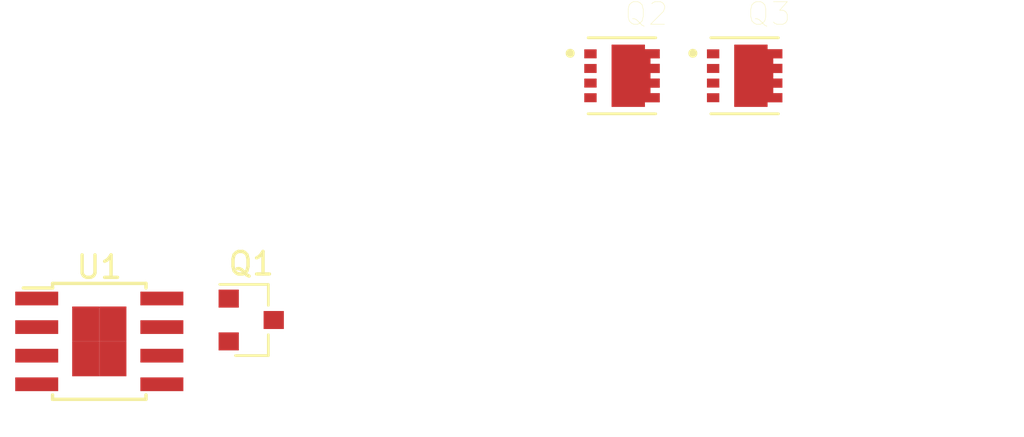
<source format=kicad_pcb>
(kicad_pcb (version 20171130) (host pcbnew 5.1.5-52549c5~84~ubuntu18.04.1)

  (general
    (thickness 1.6)
    (drawings 0)
    (tracks 0)
    (zones 0)
    (modules 4)
    (nets 19)
  )

  (page A4)
  (layers
    (0 F.Cu signal)
    (31 B.Cu signal)
    (32 B.Adhes user)
    (33 F.Adhes user)
    (34 B.Paste user)
    (35 F.Paste user)
    (36 B.SilkS user)
    (37 F.SilkS user)
    (38 B.Mask user)
    (39 F.Mask user)
    (40 Dwgs.User user)
    (41 Cmts.User user)
    (42 Eco1.User user)
    (43 Eco2.User user)
    (44 Edge.Cuts user)
    (45 Margin user)
    (46 B.CrtYd user)
    (47 F.CrtYd user)
    (48 B.Fab user)
    (49 F.Fab user)
  )

  (setup
    (last_trace_width 0.25)
    (trace_clearance 0.2)
    (zone_clearance 0.508)
    (zone_45_only no)
    (trace_min 0.2)
    (via_size 0.8)
    (via_drill 0.4)
    (via_min_size 0.4)
    (via_min_drill 0.3)
    (uvia_size 0.3)
    (uvia_drill 0.1)
    (uvias_allowed no)
    (uvia_min_size 0.2)
    (uvia_min_drill 0.1)
    (edge_width 0.05)
    (segment_width 0.2)
    (pcb_text_width 0.3)
    (pcb_text_size 1.5 1.5)
    (mod_edge_width 0.12)
    (mod_text_size 1 1)
    (mod_text_width 0.15)
    (pad_size 1.524 1.524)
    (pad_drill 0.762)
    (pad_to_mask_clearance 0.051)
    (solder_mask_min_width 0.25)
    (aux_axis_origin 0 0)
    (visible_elements FFFFFF7F)
    (pcbplotparams
      (layerselection 0x010fc_ffffffff)
      (usegerberextensions false)
      (usegerberattributes false)
      (usegerberadvancedattributes false)
      (creategerberjobfile false)
      (excludeedgelayer true)
      (linewidth 0.100000)
      (plotframeref false)
      (viasonmask false)
      (mode 1)
      (useauxorigin false)
      (hpglpennumber 1)
      (hpglpenspeed 20)
      (hpglpendiameter 15.000000)
      (psnegative false)
      (psa4output false)
      (plotreference true)
      (plotvalue true)
      (plotinvisibletext false)
      (padsonsilk false)
      (subtractmaskfromsilk false)
      (outputformat 1)
      (mirror false)
      (drillshape 1)
      (scaleselection 1)
      (outputdirectory ""))
  )

  (net 0 "")
  (net 1 "Net-(Q1-Pad3)")
  (net 2 "Net-(Q1-Pad2)")
  (net 3 "Net-(Q1-Pad1)")
  (net 4 "Net-(U1-Pad9)")
  (net 5 "Net-(U1-Pad8)")
  (net 6 "Net-(U1-Pad7)")
  (net 7 "Net-(U1-Pad6)")
  (net 8 "Net-(U1-Pad5)")
  (net 9 "Net-(U1-Pad4)")
  (net 10 "Net-(U1-Pad3)")
  (net 11 "Net-(U1-Pad2)")
  (net 12 "Net-(U1-Pad1)")
  (net 13 "Net-(Q2-Pad1)")
  (net 14 "Net-(Q2-Pad4)")
  (net 15 "Net-(Q2-Pad5_6_7_8)")
  (net 16 "Net-(Q3-Pad1)")
  (net 17 "Net-(Q3-Pad4)")
  (net 18 "Net-(Q3-Pad5_6_7_8)")

  (net_class Default "This is the default net class."
    (clearance 0.2)
    (trace_width 0.25)
    (via_dia 0.8)
    (via_drill 0.4)
    (uvia_dia 0.3)
    (uvia_drill 0.1)
    (add_net "Net-(Q1-Pad1)")
    (add_net "Net-(Q1-Pad2)")
    (add_net "Net-(Q1-Pad3)")
    (add_net "Net-(Q2-Pad1)")
    (add_net "Net-(Q2-Pad4)")
    (add_net "Net-(Q2-Pad5_6_7_8)")
    (add_net "Net-(Q3-Pad1)")
    (add_net "Net-(Q3-Pad4)")
    (add_net "Net-(Q3-Pad5_6_7_8)")
    (add_net "Net-(U1-Pad1)")
    (add_net "Net-(U1-Pad2)")
    (add_net "Net-(U1-Pad3)")
    (add_net "Net-(U1-Pad4)")
    (add_net "Net-(U1-Pad5)")
    (add_net "Net-(U1-Pad6)")
    (add_net "Net-(U1-Pad7)")
    (add_net "Net-(U1-Pad8)")
    (add_net "Net-(U1-Pad9)")
  )

  (module usb_type-c_pd:TRANS_STL6P3LLH6 (layer F.Cu) (tedit 5E9C1C06) (tstamp 5E9C7381)
    (at 199.720001 51.380001)
    (path /5E9C3CE9)
    (fp_text reference Q3 (at 1.085 -2.755) (layer F.SilkS)
      (effects (font (size 1 1) (thickness 0.015)))
    )
    (fp_text value STL6P3LLH6 (at 7.98 2.605) (layer F.Fab)
      (effects (font (size 1 1) (thickness 0.015)))
    )
    (fp_poly (pts (xy -0.455 -1.375) (xy -0.455 1.375) (xy 1.015 1.375) (xy 1.015 1.175)
      (xy 1.675 1.175) (xy 1.675 0.775) (xy 1.265 0.775) (xy 1.265 0.525)
      (xy 1.675 0.525) (xy 1.675 0.125) (xy 1.265 0.125) (xy 1.265 -0.125)
      (xy 1.675 -0.125) (xy 1.675 -0.525) (xy 1.265 -0.525) (xy 1.265 -0.775)
      (xy 1.675 -0.775) (xy 1.675 -1.175) (xy 1.015 -1.175) (xy 1.015 -1.375)) (layer F.Cu) (width 0.01))
    (fp_poly (pts (xy -0.59 -0.465) (xy 1.15 -0.465) (xy 1.15 0.465) (xy -0.59 0.465)) (layer F.Paste) (width 0.01))
    (fp_poly (pts (xy 1.2 -1.25) (xy 1.6 -1.25) (xy 1.6 -0.7) (xy 1.2 -0.7)) (layer F.Paste) (width 0.01))
    (fp_poly (pts (xy 1.2 -0.6) (xy 1.6 -0.6) (xy 1.6 -0.05) (xy 1.2 -0.05)) (layer F.Paste) (width 0.01))
    (fp_poly (pts (xy 1.2 0.05) (xy 1.6 0.05) (xy 1.6 0.6) (xy 1.2 0.6)) (layer F.Paste) (width 0.01))
    (fp_poly (pts (xy 1.2 0.7) (xy 1.6 0.7) (xy 1.6 1.25) (xy 1.2 1.25)) (layer F.Paste) (width 0.01))
    (fp_poly (pts (xy -0.555 -1.475) (xy -0.555 1.475) (xy 1.115 1.475) (xy 1.115 1.225)
      (xy 1.725 1.225) (xy 1.725 0.725) (xy 1.315 0.725) (xy 1.315 0.575)
      (xy 1.725 0.575) (xy 1.725 0.075) (xy 1.315 0.075) (xy 1.315 -0.075)
      (xy 1.725 -0.075) (xy 1.725 -0.575) (xy 1.315 -0.575) (xy 1.315 -0.725)
      (xy 1.725 -0.725) (xy 1.725 -1.225) (xy 1.115 -1.225) (xy 1.115 -1.475)) (layer F.Mask) (width 0.01))
    (fp_line (start 1.5 -1.575) (end 1.5 1.575) (layer F.Fab) (width 0.127))
    (fp_line (start 1.5 1.575) (end -1.5 1.575) (layer F.Fab) (width 0.127))
    (fp_line (start -1.5 1.575) (end -1.5 -1.575) (layer F.Fab) (width 0.127))
    (fp_line (start -1.5 -1.575) (end 1.5 -1.575) (layer F.Fab) (width 0.127))
    (fp_line (start 1.5 -1.6885) (end -1.5 -1.6885) (layer F.SilkS) (width 0.127))
    (fp_line (start 1.5 1.6885) (end -1.5 1.6885) (layer F.SilkS) (width 0.127))
    (fp_circle (center -2.3 -1) (end -2.2 -1) (layer F.SilkS) (width 0.2))
    (fp_circle (center -2.3 -1) (end -2.2 -1) (layer F.Fab) (width 0.2))
    (fp_line (start -1.925 -1.825) (end 1.925 -1.825) (layer F.CrtYd) (width 0.05))
    (fp_line (start 1.925 -1.825) (end 1.925 1.825) (layer F.CrtYd) (width 0.05))
    (fp_line (start 1.925 1.825) (end -1.925 1.825) (layer F.CrtYd) (width 0.05))
    (fp_line (start -1.925 1.825) (end -1.925 -1.825) (layer F.CrtYd) (width 0.05))
    (pad 2 smd rect (at -1.4 -0.325) (size 0.55 0.4) (layers F.Cu F.Paste F.Mask)
      (net 16 "Net-(Q3-Pad1)"))
    (pad 3 smd rect (at -1.4 0.325) (size 0.55 0.4) (layers F.Cu F.Paste F.Mask)
      (net 16 "Net-(Q3-Pad1)"))
    (pad 1 smd rect (at -1.4 -0.975) (size 0.55 0.4) (layers F.Cu F.Paste F.Mask)
      (net 16 "Net-(Q3-Pad1)"))
    (pad 4 smd rect (at -1.4 0.975) (size 0.55 0.4) (layers F.Cu F.Paste F.Mask)
      (net 17 "Net-(Q3-Pad4)"))
    (pad 5_6_7_8 smd rect (at 0.28 0) (size 1.47 2.75) (layers F.Cu F.Mask)
      (net 18 "Net-(Q3-Pad5_6_7_8)"))
  )

  (module usb_type-c_pd:TRANS_STL6P3LLH6 (layer F.Cu) (tedit 5E9C1C06) (tstamp 5E9C7365)
    (at 194.270001 51.380001)
    (path /5E9C2258)
    (fp_text reference Q2 (at 1.085 -2.755) (layer F.SilkS)
      (effects (font (size 1 1) (thickness 0.015)))
    )
    (fp_text value STL6P3LLH6 (at 7.98 2.605) (layer F.Fab)
      (effects (font (size 1 1) (thickness 0.015)))
    )
    (fp_poly (pts (xy -0.455 -1.375) (xy -0.455 1.375) (xy 1.015 1.375) (xy 1.015 1.175)
      (xy 1.675 1.175) (xy 1.675 0.775) (xy 1.265 0.775) (xy 1.265 0.525)
      (xy 1.675 0.525) (xy 1.675 0.125) (xy 1.265 0.125) (xy 1.265 -0.125)
      (xy 1.675 -0.125) (xy 1.675 -0.525) (xy 1.265 -0.525) (xy 1.265 -0.775)
      (xy 1.675 -0.775) (xy 1.675 -1.175) (xy 1.015 -1.175) (xy 1.015 -1.375)) (layer F.Cu) (width 0.01))
    (fp_poly (pts (xy -0.59 -0.465) (xy 1.15 -0.465) (xy 1.15 0.465) (xy -0.59 0.465)) (layer F.Paste) (width 0.01))
    (fp_poly (pts (xy 1.2 -1.25) (xy 1.6 -1.25) (xy 1.6 -0.7) (xy 1.2 -0.7)) (layer F.Paste) (width 0.01))
    (fp_poly (pts (xy 1.2 -0.6) (xy 1.6 -0.6) (xy 1.6 -0.05) (xy 1.2 -0.05)) (layer F.Paste) (width 0.01))
    (fp_poly (pts (xy 1.2 0.05) (xy 1.6 0.05) (xy 1.6 0.6) (xy 1.2 0.6)) (layer F.Paste) (width 0.01))
    (fp_poly (pts (xy 1.2 0.7) (xy 1.6 0.7) (xy 1.6 1.25) (xy 1.2 1.25)) (layer F.Paste) (width 0.01))
    (fp_poly (pts (xy -0.555 -1.475) (xy -0.555 1.475) (xy 1.115 1.475) (xy 1.115 1.225)
      (xy 1.725 1.225) (xy 1.725 0.725) (xy 1.315 0.725) (xy 1.315 0.575)
      (xy 1.725 0.575) (xy 1.725 0.075) (xy 1.315 0.075) (xy 1.315 -0.075)
      (xy 1.725 -0.075) (xy 1.725 -0.575) (xy 1.315 -0.575) (xy 1.315 -0.725)
      (xy 1.725 -0.725) (xy 1.725 -1.225) (xy 1.115 -1.225) (xy 1.115 -1.475)) (layer F.Mask) (width 0.01))
    (fp_line (start 1.5 -1.575) (end 1.5 1.575) (layer F.Fab) (width 0.127))
    (fp_line (start 1.5 1.575) (end -1.5 1.575) (layer F.Fab) (width 0.127))
    (fp_line (start -1.5 1.575) (end -1.5 -1.575) (layer F.Fab) (width 0.127))
    (fp_line (start -1.5 -1.575) (end 1.5 -1.575) (layer F.Fab) (width 0.127))
    (fp_line (start 1.5 -1.6885) (end -1.5 -1.6885) (layer F.SilkS) (width 0.127))
    (fp_line (start 1.5 1.6885) (end -1.5 1.6885) (layer F.SilkS) (width 0.127))
    (fp_circle (center -2.3 -1) (end -2.2 -1) (layer F.SilkS) (width 0.2))
    (fp_circle (center -2.3 -1) (end -2.2 -1) (layer F.Fab) (width 0.2))
    (fp_line (start -1.925 -1.825) (end 1.925 -1.825) (layer F.CrtYd) (width 0.05))
    (fp_line (start 1.925 -1.825) (end 1.925 1.825) (layer F.CrtYd) (width 0.05))
    (fp_line (start 1.925 1.825) (end -1.925 1.825) (layer F.CrtYd) (width 0.05))
    (fp_line (start -1.925 1.825) (end -1.925 -1.825) (layer F.CrtYd) (width 0.05))
    (pad 2 smd rect (at -1.4 -0.325) (size 0.55 0.4) (layers F.Cu F.Paste F.Mask)
      (net 13 "Net-(Q2-Pad1)"))
    (pad 3 smd rect (at -1.4 0.325) (size 0.55 0.4) (layers F.Cu F.Paste F.Mask)
      (net 13 "Net-(Q2-Pad1)"))
    (pad 1 smd rect (at -1.4 -0.975) (size 0.55 0.4) (layers F.Cu F.Paste F.Mask)
      (net 13 "Net-(Q2-Pad1)"))
    (pad 4 smd rect (at -1.4 0.975) (size 0.55 0.4) (layers F.Cu F.Paste F.Mask)
      (net 14 "Net-(Q2-Pad4)"))
    (pad 5_6_7_8 smd rect (at 0.28 0) (size 1.47 2.75) (layers F.Cu F.Mask)
      (net 15 "Net-(Q2-Pad5_6_7_8)"))
  )

  (module Package_SO:TI_SO-PowerPAD-8 (layer F.Cu) (tedit 5A02F2D3) (tstamp 5E9C7232)
    (at 171.05 63.18)
    (descr "8-Lead Plastic PSOP, Exposed Die Pad (TI DDA0008B, see http://www.ti.com/lit/ds/symlink/lm3404.pdf)")
    (tags "SSOP 0.50 exposed pad")
    (path /5E9AE724)
    (attr smd)
    (fp_text reference U1 (at 0 -3.3) (layer F.SilkS)
      (effects (font (size 1 1) (thickness 0.15)))
    )
    (fp_text value ST1S10PHR (at 0 3.4) (layer F.Fab)
      (effects (font (size 1 1) (thickness 0.15)))
    )
    (fp_text user %R (at 0 0) (layer F.Fab)
      (effects (font (size 1 1) (thickness 0.15)))
    )
    (fp_line (start -2.075 -2.375) (end -3.375 -2.375) (layer F.SilkS) (width 0.15))
    (fp_line (start -2.075 2.575) (end 2.075 2.575) (layer F.SilkS) (width 0.15))
    (fp_line (start -2.075 -2.575) (end 2.075 -2.575) (layer F.SilkS) (width 0.15))
    (fp_line (start -2.075 2.575) (end -2.075 2.375) (layer F.SilkS) (width 0.15))
    (fp_line (start 2.075 2.575) (end 2.075 2.375) (layer F.SilkS) (width 0.15))
    (fp_line (start 2.075 -2.575) (end 2.075 -2.375) (layer F.SilkS) (width 0.15))
    (fp_line (start -2.075 -2.575) (end -2.075 -2.375) (layer F.SilkS) (width 0.15))
    (fp_line (start -4 2.7) (end 4 2.7) (layer F.CrtYd) (width 0.05))
    (fp_line (start -4 -2.7) (end 4 -2.7) (layer F.CrtYd) (width 0.05))
    (fp_line (start 4 -2.7) (end 4 2.7) (layer F.CrtYd) (width 0.05))
    (fp_line (start -4 -2.7) (end -4 2.7) (layer F.CrtYd) (width 0.05))
    (fp_line (start -1.95 -1.45) (end -0.95 -2.45) (layer F.Fab) (width 0.15))
    (fp_line (start -1.95 2.45) (end -1.95 -1.45) (layer F.Fab) (width 0.15))
    (fp_line (start 1.95 2.45) (end -1.95 2.45) (layer F.Fab) (width 0.15))
    (fp_line (start 1.95 -2.45) (end 1.95 2.45) (layer F.Fab) (width 0.15))
    (fp_line (start -0.95 -2.45) (end 1.95 -2.45) (layer F.Fab) (width 0.15))
    (pad 9 smd rect (at -0.6025 -0.775) (size 1.205 1.55) (layers F.Cu F.Paste F.Mask)
      (net 4 "Net-(U1-Pad9)") (solder_paste_margin_ratio -0.2))
    (pad 9 smd rect (at -0.6025 0.775) (size 1.205 1.55) (layers F.Cu F.Paste F.Mask)
      (net 4 "Net-(U1-Pad9)") (solder_paste_margin_ratio -0.2))
    (pad 9 smd rect (at 0.6025 -0.775) (size 1.205 1.55) (layers F.Cu F.Paste F.Mask)
      (net 4 "Net-(U1-Pad9)") (solder_paste_margin_ratio -0.2))
    (pad 9 smd rect (at 0.6025 0.775) (size 1.205 1.55) (layers F.Cu F.Paste F.Mask)
      (net 4 "Net-(U1-Pad9)") (solder_paste_margin_ratio -0.2))
    (pad 8 smd rect (at 2.78 -1.905) (size 1.91 0.61) (layers F.Cu F.Paste F.Mask)
      (net 5 "Net-(U1-Pad8)"))
    (pad 7 smd rect (at 2.78 -0.635) (size 1.91 0.61) (layers F.Cu F.Paste F.Mask)
      (net 6 "Net-(U1-Pad7)"))
    (pad 6 smd rect (at 2.78 0.635) (size 1.91 0.61) (layers F.Cu F.Paste F.Mask)
      (net 7 "Net-(U1-Pad6)"))
    (pad 5 smd rect (at 2.78 1.905) (size 1.91 0.61) (layers F.Cu F.Paste F.Mask)
      (net 8 "Net-(U1-Pad5)"))
    (pad 4 smd rect (at -2.78 1.905) (size 1.91 0.61) (layers F.Cu F.Paste F.Mask)
      (net 9 "Net-(U1-Pad4)"))
    (pad 3 smd rect (at -2.78 0.635) (size 1.91 0.61) (layers F.Cu F.Paste F.Mask)
      (net 10 "Net-(U1-Pad3)"))
    (pad 2 smd rect (at -2.78 -0.635) (size 1.91 0.61) (layers F.Cu F.Paste F.Mask)
      (net 11 "Net-(U1-Pad2)"))
    (pad 1 smd rect (at -2.78 -1.905) (size 1.91 0.61) (layers F.Cu F.Paste F.Mask)
      (net 12 "Net-(U1-Pad1)"))
    (model ${KISYS3DMOD}/Package_SO.3dshapes/TI_SO-PowerPAD-8.wrl
      (at (xyz 0 0 0))
      (scale (xyz 1 1 1))
      (rotate (xyz 0 0 0))
    )
  )

  (module Package_TO_SOT_SMD:SOT-23 (layer F.Cu) (tedit 5A02FF57) (tstamp 5E9C7211)
    (at 177.8 62.23)
    (descr "SOT-23, Standard")
    (tags SOT-23)
    (path /5E9C1BC2)
    (attr smd)
    (fp_text reference Q1 (at 0 -2.5) (layer F.SilkS)
      (effects (font (size 1 1) (thickness 0.15)))
    )
    (fp_text value Q_PMOS_GSD (at 0 2.5) (layer F.Fab)
      (effects (font (size 1 1) (thickness 0.15)))
    )
    (fp_line (start 0.76 1.58) (end -0.7 1.58) (layer F.SilkS) (width 0.12))
    (fp_line (start 0.76 -1.58) (end -1.4 -1.58) (layer F.SilkS) (width 0.12))
    (fp_line (start -1.7 1.75) (end -1.7 -1.75) (layer F.CrtYd) (width 0.05))
    (fp_line (start 1.7 1.75) (end -1.7 1.75) (layer F.CrtYd) (width 0.05))
    (fp_line (start 1.7 -1.75) (end 1.7 1.75) (layer F.CrtYd) (width 0.05))
    (fp_line (start -1.7 -1.75) (end 1.7 -1.75) (layer F.CrtYd) (width 0.05))
    (fp_line (start 0.76 -1.58) (end 0.76 -0.65) (layer F.SilkS) (width 0.12))
    (fp_line (start 0.76 1.58) (end 0.76 0.65) (layer F.SilkS) (width 0.12))
    (fp_line (start -0.7 1.52) (end 0.7 1.52) (layer F.Fab) (width 0.1))
    (fp_line (start 0.7 -1.52) (end 0.7 1.52) (layer F.Fab) (width 0.1))
    (fp_line (start -0.7 -0.95) (end -0.15 -1.52) (layer F.Fab) (width 0.1))
    (fp_line (start -0.15 -1.52) (end 0.7 -1.52) (layer F.Fab) (width 0.1))
    (fp_line (start -0.7 -0.95) (end -0.7 1.5) (layer F.Fab) (width 0.1))
    (fp_text user %R (at 0 0 90) (layer F.Fab)
      (effects (font (size 0.5 0.5) (thickness 0.075)))
    )
    (pad 3 smd rect (at 1 0) (size 0.9 0.8) (layers F.Cu F.Paste F.Mask)
      (net 1 "Net-(Q1-Pad3)"))
    (pad 2 smd rect (at -1 0.95) (size 0.9 0.8) (layers F.Cu F.Paste F.Mask)
      (net 2 "Net-(Q1-Pad2)"))
    (pad 1 smd rect (at -1 -0.95) (size 0.9 0.8) (layers F.Cu F.Paste F.Mask)
      (net 3 "Net-(Q1-Pad1)"))
    (model ${KISYS3DMOD}/Package_TO_SOT_SMD.3dshapes/SOT-23.wrl
      (at (xyz 0 0 0))
      (scale (xyz 1 1 1))
      (rotate (xyz 0 0 0))
    )
  )

)

</source>
